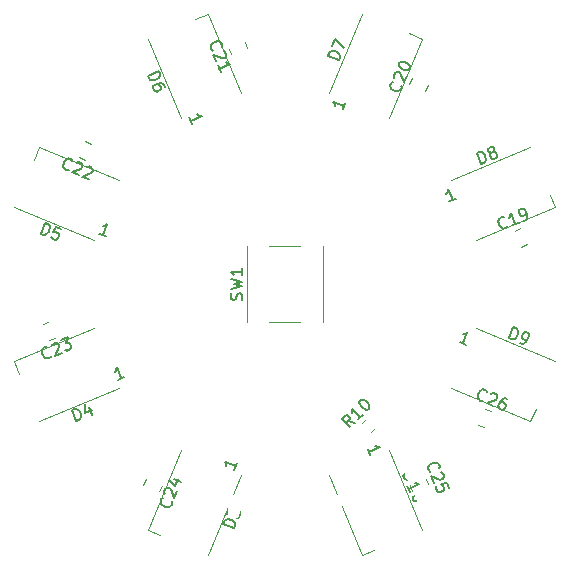
<source format=gto>
G04 #@! TF.GenerationSoftware,KiCad,Pcbnew,7.0.10*
G04 #@! TF.CreationDate,2024-04-20T00:48:07+02:00*
G04 #@! TF.ProjectId,ledDisplay,6c656444-6973-4706-9c61-792e6b696361,rev?*
G04 #@! TF.SameCoordinates,Original*
G04 #@! TF.FileFunction,Legend,Top*
G04 #@! TF.FilePolarity,Positive*
%FSLAX46Y46*%
G04 Gerber Fmt 4.6, Leading zero omitted, Abs format (unit mm)*
G04 Created by KiCad (PCBNEW 7.0.10) date 2024-04-20 00:48:07*
%MOMM*%
%LPD*%
G01*
G04 APERTURE LIST*
G04 Aperture macros list*
%AMRoundRect*
0 Rectangle with rounded corners*
0 $1 Rounding radius*
0 $2 $3 $4 $5 $6 $7 $8 $9 X,Y pos of 4 corners*
0 Add a 4 corners polygon primitive as box body*
4,1,4,$2,$3,$4,$5,$6,$7,$8,$9,$2,$3,0*
0 Add four circle primitives for the rounded corners*
1,1,$1+$1,$2,$3*
1,1,$1+$1,$4,$5*
1,1,$1+$1,$6,$7*
1,1,$1+$1,$8,$9*
0 Add four rect primitives between the rounded corners*
20,1,$1+$1,$2,$3,$4,$5,0*
20,1,$1+$1,$4,$5,$6,$7,0*
20,1,$1+$1,$6,$7,$8,$9,0*
20,1,$1+$1,$8,$9,$2,$3,0*%
%AMHorizOval*
0 Thick line with rounded ends*
0 $1 width*
0 $2 $3 position (X,Y) of the first rounded end (center of the circle)*
0 $4 $5 position (X,Y) of the second rounded end (center of the circle)*
0 Add line between two ends*
20,1,$1,$2,$3,$4,$5,0*
0 Add two circle primitives to create the rounded ends*
1,1,$1,$2,$3*
1,1,$1,$4,$5*%
%AMRotRect*
0 Rectangle, with rotation*
0 The origin of the aperture is its center*
0 $1 length*
0 $2 width*
0 $3 Rotation angle, in degrees counterclockwise*
0 Add horizontal line*
21,1,$1,$2,0,0,$3*%
G04 Aperture macros list end*
%ADD10C,0.150000*%
%ADD11C,0.120000*%
%ADD12RoundRect,0.250000X-0.493584X-0.309687X0.130035X-0.567998X0.493584X0.309687X-0.130035X0.567998X0*%
%ADD13RotRect,1.500000X0.900000X157.500000*%
%ADD14RotRect,1.500000X0.900000X247.500000*%
%ADD15RotRect,1.500000X0.900000X202.500000*%
%ADD16RoundRect,0.250000X0.567998X-0.130035X0.309687X0.493584X-0.567998X0.130035X-0.309687X-0.493584X0*%
%ADD17RoundRect,0.250000X0.493584X0.309687X-0.130035X0.567998X-0.493584X-0.309687X0.130035X-0.567998X0*%
%ADD18RoundRect,0.250000X0.130035X0.567998X-0.493584X0.309687X-0.130035X-0.567998X0.493584X-0.309687X0*%
%ADD19RoundRect,0.250000X-0.309687X0.493584X-0.567998X-0.130035X0.309687X-0.493584X0.567998X0.130035X0*%
%ADD20RoundRect,0.250000X-0.567998X0.130035X-0.309687X-0.493584X0.567998X-0.130035X0.309687X0.493584X0*%
%ADD21R,1.300000X1.550000*%
%ADD22C,3.200000*%
%ADD23RotRect,1.500000X0.900000X22.500000*%
%ADD24RotRect,1.500000X0.900000X112.500000*%
%ADD25RotRect,1.500000X0.900000X292.500000*%
%ADD26RoundRect,0.250000X0.309687X-0.493584X0.567998X0.130035X-0.309687X0.493584X-0.567998X-0.130035X0*%
%ADD27RoundRect,0.250000X-0.130035X-0.567998X0.493584X-0.309687X0.130035X0.567998X-0.493584X0.309687X0*%
%ADD28RotRect,1.500000X0.900000X337.500000*%
%ADD29RotRect,1.500000X0.900000X67.500000*%
%ADD30RoundRect,0.237500X-0.008839X-0.344715X0.344715X0.008839X0.008839X0.344715X-0.344715X-0.008839X0*%
%ADD31RotRect,1.700000X1.700000X225.000000*%
%ADD32HorizOval,1.700000X0.000000X0.000000X0.000000X0.000000X0*%
%ADD33C,0.650000*%
%ADD34O,1.000000X1.800000*%
%ADD35O,1.000000X2.100000*%
G04 APERTURE END LIST*
D10*
X189823591Y-96868917D02*
X189761374Y-96894688D01*
X189761374Y-96894688D02*
X189611168Y-96884014D01*
X189611168Y-96884014D02*
X189523180Y-96847568D01*
X189523180Y-96847568D02*
X189409420Y-96748904D01*
X189409420Y-96748904D02*
X189357877Y-96624470D01*
X189357877Y-96624470D02*
X189350329Y-96518258D01*
X189350329Y-96518258D02*
X189379227Y-96324058D01*
X189379227Y-96324058D02*
X189433896Y-96192075D01*
X189433896Y-96192075D02*
X189550782Y-96034321D01*
X189550782Y-96034321D02*
X189631223Y-95964556D01*
X189631223Y-95964556D02*
X189755657Y-95913013D01*
X189755657Y-95913013D02*
X189905863Y-95923688D01*
X189905863Y-95923688D02*
X189993852Y-95960134D01*
X189993852Y-95960134D02*
X190107611Y-96058797D01*
X190107611Y-96058797D02*
X190133383Y-96121015D01*
X190485337Y-96266799D02*
X190547554Y-96241028D01*
X190547554Y-96241028D02*
X190653766Y-96233479D01*
X190653766Y-96233479D02*
X190873737Y-96324595D01*
X190873737Y-96324595D02*
X190943502Y-96405035D01*
X190943502Y-96405035D02*
X190969274Y-96467252D01*
X190969274Y-96467252D02*
X190976822Y-96573464D01*
X190976822Y-96573464D02*
X190940376Y-96661452D01*
X190940376Y-96661452D02*
X190841712Y-96775212D01*
X190841712Y-96775212D02*
X190095105Y-97084467D01*
X190095105Y-97084467D02*
X190667030Y-97321366D01*
X191841611Y-96725501D02*
X191665634Y-96652609D01*
X191665634Y-96652609D02*
X191559422Y-96660157D01*
X191559422Y-96660157D02*
X191497205Y-96685928D01*
X191497205Y-96685928D02*
X191354547Y-96781465D01*
X191354547Y-96781465D02*
X191237661Y-96939219D01*
X191237661Y-96939219D02*
X191091877Y-97291173D01*
X191091877Y-97291173D02*
X191099425Y-97397385D01*
X191099425Y-97397385D02*
X191125196Y-97459602D01*
X191125196Y-97459602D02*
X191194962Y-97540042D01*
X191194962Y-97540042D02*
X191370939Y-97612934D01*
X191370939Y-97612934D02*
X191477150Y-97605386D01*
X191477150Y-97605386D02*
X191539368Y-97579615D01*
X191539368Y-97579615D02*
X191619808Y-97509850D01*
X191619808Y-97509850D02*
X191710923Y-97289878D01*
X191710923Y-97289878D02*
X191703375Y-97183667D01*
X191703375Y-97183667D02*
X191677603Y-97121449D01*
X191677603Y-97121449D02*
X191607838Y-97041009D01*
X191607838Y-97041009D02*
X191431861Y-96968117D01*
X191431861Y-96968117D02*
X191325649Y-96975665D01*
X191325649Y-96975665D02*
X191263432Y-97001436D01*
X191263432Y-97001436D02*
X191182992Y-97071202D01*
X152327054Y-82717650D02*
X152709738Y-81793770D01*
X152709738Y-81793770D02*
X152929709Y-81884885D01*
X152929709Y-81884885D02*
X153043469Y-81983549D01*
X153043469Y-81983549D02*
X153095011Y-82107983D01*
X153095011Y-82107983D02*
X153102559Y-82214195D01*
X153102559Y-82214195D02*
X153073662Y-82408395D01*
X153073662Y-82408395D02*
X153018992Y-82540378D01*
X153018992Y-82540378D02*
X152902106Y-82698132D01*
X152902106Y-82698132D02*
X152821666Y-82767897D01*
X152821666Y-82767897D02*
X152697231Y-82819440D01*
X152697231Y-82819440D02*
X152547025Y-82808765D01*
X152547025Y-82808765D02*
X152327054Y-82717650D01*
X154073560Y-82358684D02*
X153633617Y-82176454D01*
X153633617Y-82176454D02*
X153407393Y-82598173D01*
X153407393Y-82598173D02*
X153469610Y-82572402D01*
X153469610Y-82572402D02*
X153575821Y-82564854D01*
X153575821Y-82564854D02*
X153795793Y-82655969D01*
X153795793Y-82655969D02*
X153865558Y-82736409D01*
X153865558Y-82736409D02*
X153891330Y-82798627D01*
X153891330Y-82798627D02*
X153898878Y-82904838D01*
X153898878Y-82904838D02*
X153807763Y-83124809D01*
X153807763Y-83124809D02*
X153727322Y-83194575D01*
X153727322Y-83194575D02*
X153665105Y-83220346D01*
X153665105Y-83220346D02*
X153558894Y-83227894D01*
X153558894Y-83227894D02*
X153338922Y-83136779D01*
X153338922Y-83136779D02*
X153269157Y-83056339D01*
X153269157Y-83056339D02*
X153243385Y-82994122D01*
X157834130Y-82942210D02*
X157306199Y-82723534D01*
X157570164Y-82832872D02*
X157952848Y-81908992D01*
X157952848Y-81908992D02*
X157810190Y-82004529D01*
X157810190Y-82004529D02*
X157685756Y-82056071D01*
X157685756Y-82056071D02*
X157579544Y-82063620D01*
X168717650Y-107672945D02*
X167793770Y-107290261D01*
X167793770Y-107290261D02*
X167884885Y-107070290D01*
X167884885Y-107070290D02*
X167983549Y-106956530D01*
X167983549Y-106956530D02*
X168107983Y-106904988D01*
X168107983Y-106904988D02*
X168214195Y-106897440D01*
X168214195Y-106897440D02*
X168408395Y-106926337D01*
X168408395Y-106926337D02*
X168540378Y-106981007D01*
X168540378Y-106981007D02*
X168698132Y-107097893D01*
X168698132Y-107097893D02*
X168767897Y-107178333D01*
X168767897Y-107178333D02*
X168819440Y-107302768D01*
X168819440Y-107302768D02*
X168808765Y-107452974D01*
X168808765Y-107452974D02*
X168717650Y-107672945D01*
X168140008Y-106454370D02*
X168376907Y-105882445D01*
X168376907Y-105882445D02*
X168601300Y-106336189D01*
X168601300Y-106336189D02*
X168655969Y-106204206D01*
X168655969Y-106204206D02*
X168736409Y-106134441D01*
X168736409Y-106134441D02*
X168798627Y-106108669D01*
X168798627Y-106108669D02*
X168904838Y-106101121D01*
X168904838Y-106101121D02*
X169124809Y-106192236D01*
X169124809Y-106192236D02*
X169194575Y-106272677D01*
X169194575Y-106272677D02*
X169220346Y-106334894D01*
X169220346Y-106334894D02*
X169227894Y-106441105D01*
X169227894Y-106441105D02*
X169118556Y-106705071D01*
X169118556Y-106705071D02*
X169038116Y-106774837D01*
X169038116Y-106774837D02*
X168975899Y-106800608D01*
X168942210Y-102165869D02*
X168723534Y-102693800D01*
X168832872Y-102429835D02*
X167908992Y-102047151D01*
X167908992Y-102047151D02*
X168004529Y-102189809D01*
X168004529Y-102189809D02*
X168056071Y-102314243D01*
X168056071Y-102314243D02*
X168063620Y-102420455D01*
X155353942Y-98589901D02*
X154971258Y-97666022D01*
X154971258Y-97666022D02*
X155191229Y-97574907D01*
X155191229Y-97574907D02*
X155341435Y-97564232D01*
X155341435Y-97564232D02*
X155465870Y-97615774D01*
X155465870Y-97615774D02*
X155546310Y-97685540D01*
X155546310Y-97685540D02*
X155663196Y-97843294D01*
X155663196Y-97843294D02*
X155717866Y-97975277D01*
X155717866Y-97975277D02*
X155746763Y-98169477D01*
X155746763Y-98169477D02*
X155739215Y-98275688D01*
X155739215Y-98275688D02*
X155687673Y-98400123D01*
X155687673Y-98400123D02*
X155573913Y-98498786D01*
X155573913Y-98498786D02*
X155353942Y-98589901D01*
X156418647Y-97427291D02*
X156673769Y-98043211D01*
X156052892Y-97166452D02*
X156106266Y-97917481D01*
X156106266Y-97917481D02*
X156678191Y-97680582D01*
X159406820Y-94854599D02*
X158878889Y-95073275D01*
X159142855Y-94963937D02*
X158760171Y-94040058D01*
X158760171Y-94040058D02*
X158726852Y-94208487D01*
X158726852Y-94208487D02*
X158675309Y-94332921D01*
X158675309Y-94332921D02*
X158605544Y-94413361D01*
X166925860Y-67212911D02*
X166863643Y-67187139D01*
X166863643Y-67187139D02*
X166764980Y-67073380D01*
X166764980Y-67073380D02*
X166728534Y-66985391D01*
X166728534Y-66985391D02*
X166717859Y-66835185D01*
X166717859Y-66835185D02*
X166769401Y-66710751D01*
X166769401Y-66710751D02*
X166839167Y-66630310D01*
X166839167Y-66630310D02*
X166996921Y-66513424D01*
X166996921Y-66513424D02*
X167128904Y-66458755D01*
X167128904Y-66458755D02*
X167323104Y-66429857D01*
X167323104Y-66429857D02*
X167429315Y-66437405D01*
X167429315Y-66437405D02*
X167553750Y-66488948D01*
X167553750Y-66488948D02*
X167652413Y-66602708D01*
X167652413Y-66602708D02*
X167688859Y-66690696D01*
X167688859Y-66690696D02*
X167699534Y-66840902D01*
X167699534Y-66840902D02*
X167673763Y-66903119D01*
X167819547Y-67255073D02*
X167881764Y-67280845D01*
X167881764Y-67280845D02*
X167962204Y-67350610D01*
X167962204Y-67350610D02*
X168053320Y-67570581D01*
X168053320Y-67570581D02*
X168045771Y-67676793D01*
X168045771Y-67676793D02*
X168020000Y-67739010D01*
X168020000Y-67739010D02*
X167950235Y-67819451D01*
X167950235Y-67819451D02*
X167862246Y-67855897D01*
X167862246Y-67855897D02*
X167712040Y-67866571D01*
X167712040Y-67866571D02*
X166965433Y-67557316D01*
X166965433Y-67557316D02*
X167202332Y-68129242D01*
X167566793Y-69009127D02*
X167348116Y-68481196D01*
X167457454Y-68745162D02*
X168381334Y-68362478D01*
X168381334Y-68362478D02*
X168212905Y-68329159D01*
X168212905Y-68329159D02*
X168088471Y-68277616D01*
X168088471Y-68277616D02*
X168008030Y-68207851D01*
X154713351Y-77303479D02*
X154651134Y-77329250D01*
X154651134Y-77329250D02*
X154500928Y-77318576D01*
X154500928Y-77318576D02*
X154412940Y-77282130D01*
X154412940Y-77282130D02*
X154299180Y-77183466D01*
X154299180Y-77183466D02*
X154247637Y-77059032D01*
X154247637Y-77059032D02*
X154240089Y-76952820D01*
X154240089Y-76952820D02*
X154268987Y-76758620D01*
X154268987Y-76758620D02*
X154323656Y-76626637D01*
X154323656Y-76626637D02*
X154440542Y-76468883D01*
X154440542Y-76468883D02*
X154520983Y-76399118D01*
X154520983Y-76399118D02*
X154645417Y-76347575D01*
X154645417Y-76347575D02*
X154795623Y-76358250D01*
X154795623Y-76358250D02*
X154883612Y-76394696D01*
X154883612Y-76394696D02*
X154997371Y-76493359D01*
X154997371Y-76493359D02*
X155023143Y-76555577D01*
X155375097Y-76701361D02*
X155437314Y-76675590D01*
X155437314Y-76675590D02*
X155543526Y-76668041D01*
X155543526Y-76668041D02*
X155763497Y-76759157D01*
X155763497Y-76759157D02*
X155833262Y-76839597D01*
X155833262Y-76839597D02*
X155859034Y-76901814D01*
X155859034Y-76901814D02*
X155866582Y-77008026D01*
X155866582Y-77008026D02*
X155830136Y-77096014D01*
X155830136Y-77096014D02*
X155731472Y-77209774D01*
X155731472Y-77209774D02*
X154984865Y-77519029D01*
X154984865Y-77519029D02*
X155556790Y-77755928D01*
X156254982Y-77065821D02*
X156317199Y-77040050D01*
X156317199Y-77040050D02*
X156423411Y-77032502D01*
X156423411Y-77032502D02*
X156643382Y-77123617D01*
X156643382Y-77123617D02*
X156713148Y-77204057D01*
X156713148Y-77204057D02*
X156738919Y-77266275D01*
X156738919Y-77266275D02*
X156746467Y-77372486D01*
X156746467Y-77372486D02*
X156710021Y-77460475D01*
X156710021Y-77460475D02*
X156611358Y-77574234D01*
X156611358Y-77574234D02*
X155864750Y-77883489D01*
X155864750Y-77883489D02*
X156436676Y-78120389D01*
X153212911Y-93074139D02*
X153187139Y-93136356D01*
X153187139Y-93136356D02*
X153073380Y-93235019D01*
X153073380Y-93235019D02*
X152985391Y-93271465D01*
X152985391Y-93271465D02*
X152835185Y-93282140D01*
X152835185Y-93282140D02*
X152710751Y-93230598D01*
X152710751Y-93230598D02*
X152630310Y-93160832D01*
X152630310Y-93160832D02*
X152513424Y-93003078D01*
X152513424Y-93003078D02*
X152458755Y-92871095D01*
X152458755Y-92871095D02*
X152429857Y-92676895D01*
X152429857Y-92676895D02*
X152437405Y-92570684D01*
X152437405Y-92570684D02*
X152488948Y-92446249D01*
X152488948Y-92446249D02*
X152602708Y-92347586D01*
X152602708Y-92347586D02*
X152690696Y-92311140D01*
X152690696Y-92311140D02*
X152840902Y-92300465D01*
X152840902Y-92300465D02*
X152903119Y-92326236D01*
X153255073Y-92180452D02*
X153280845Y-92118235D01*
X153280845Y-92118235D02*
X153350610Y-92037795D01*
X153350610Y-92037795D02*
X153570581Y-91946679D01*
X153570581Y-91946679D02*
X153676793Y-91954228D01*
X153676793Y-91954228D02*
X153739010Y-91979999D01*
X153739010Y-91979999D02*
X153819451Y-92049764D01*
X153819451Y-92049764D02*
X153855897Y-92137753D01*
X153855897Y-92137753D02*
X153866571Y-92287959D01*
X153866571Y-92287959D02*
X153557316Y-93034566D01*
X153557316Y-93034566D02*
X154129242Y-92797667D01*
X154054518Y-91746226D02*
X154626444Y-91509327D01*
X154626444Y-91509327D02*
X154464268Y-91988842D01*
X154464268Y-91988842D02*
X154596251Y-91934173D01*
X154596251Y-91934173D02*
X154702462Y-91941721D01*
X154702462Y-91941721D02*
X154764680Y-91967493D01*
X154764680Y-91967493D02*
X154845120Y-92037258D01*
X154845120Y-92037258D02*
X154936235Y-92257229D01*
X154936235Y-92257229D02*
X154928687Y-92363441D01*
X154928687Y-92363441D02*
X154902916Y-92425658D01*
X154902916Y-92425658D02*
X154833150Y-92506099D01*
X154833150Y-92506099D02*
X154569185Y-92615437D01*
X154569185Y-92615437D02*
X154462973Y-92607888D01*
X154462973Y-92607888D02*
X154400756Y-92582117D01*
X163436316Y-105387436D02*
X163462087Y-105449653D01*
X163462087Y-105449653D02*
X163451413Y-105599859D01*
X163451413Y-105599859D02*
X163414967Y-105687847D01*
X163414967Y-105687847D02*
X163316303Y-105801607D01*
X163316303Y-105801607D02*
X163191869Y-105853150D01*
X163191869Y-105853150D02*
X163085657Y-105860698D01*
X163085657Y-105860698D02*
X162891457Y-105831800D01*
X162891457Y-105831800D02*
X162759474Y-105777131D01*
X162759474Y-105777131D02*
X162601720Y-105660245D01*
X162601720Y-105660245D02*
X162531955Y-105579804D01*
X162531955Y-105579804D02*
X162480412Y-105455370D01*
X162480412Y-105455370D02*
X162491087Y-105305164D01*
X162491087Y-105305164D02*
X162527533Y-105217175D01*
X162527533Y-105217175D02*
X162626196Y-105103416D01*
X162626196Y-105103416D02*
X162688414Y-105077644D01*
X162834198Y-104725690D02*
X162808427Y-104663473D01*
X162808427Y-104663473D02*
X162800878Y-104557261D01*
X162800878Y-104557261D02*
X162891994Y-104337290D01*
X162891994Y-104337290D02*
X162972434Y-104267525D01*
X162972434Y-104267525D02*
X163034651Y-104241753D01*
X163034651Y-104241753D02*
X163140863Y-104234205D01*
X163140863Y-104234205D02*
X163228851Y-104270651D01*
X163228851Y-104270651D02*
X163342611Y-104369315D01*
X163342611Y-104369315D02*
X163651866Y-105115922D01*
X163651866Y-105115922D02*
X163888765Y-104543997D01*
X163600860Y-103496977D02*
X164216780Y-103752100D01*
X163157791Y-103571165D02*
X163726589Y-104064481D01*
X163726589Y-104064481D02*
X163963489Y-103492556D01*
X185337434Y-102882277D02*
X185275217Y-102856505D01*
X185275217Y-102856505D02*
X185176554Y-102742746D01*
X185176554Y-102742746D02*
X185140108Y-102654757D01*
X185140108Y-102654757D02*
X185129433Y-102504551D01*
X185129433Y-102504551D02*
X185180975Y-102380117D01*
X185180975Y-102380117D02*
X185250741Y-102299676D01*
X185250741Y-102299676D02*
X185408495Y-102182790D01*
X185408495Y-102182790D02*
X185540478Y-102128121D01*
X185540478Y-102128121D02*
X185734678Y-102099223D01*
X185734678Y-102099223D02*
X185840889Y-102106771D01*
X185840889Y-102106771D02*
X185965324Y-102158314D01*
X185965324Y-102158314D02*
X186063987Y-102272074D01*
X186063987Y-102272074D02*
X186100433Y-102360062D01*
X186100433Y-102360062D02*
X186111108Y-102510268D01*
X186111108Y-102510268D02*
X186085337Y-102572485D01*
X186231121Y-102924439D02*
X186293338Y-102950211D01*
X186293338Y-102950211D02*
X186373778Y-103019976D01*
X186373778Y-103019976D02*
X186464894Y-103239947D01*
X186464894Y-103239947D02*
X186457345Y-103346159D01*
X186457345Y-103346159D02*
X186431574Y-103408376D01*
X186431574Y-103408376D02*
X186361809Y-103488817D01*
X186361809Y-103488817D02*
X186273820Y-103525263D01*
X186273820Y-103525263D02*
X186123614Y-103535937D01*
X186123614Y-103535937D02*
X185377007Y-103226682D01*
X185377007Y-103226682D02*
X185613906Y-103798608D01*
X186884023Y-104251815D02*
X186701793Y-103811873D01*
X186701793Y-103811873D02*
X186243627Y-103950109D01*
X186243627Y-103950109D02*
X186305844Y-103975880D01*
X186305844Y-103975880D02*
X186386285Y-104045646D01*
X186386285Y-104045646D02*
X186477400Y-104265617D01*
X186477400Y-104265617D02*
X186469852Y-104371828D01*
X186469852Y-104371828D02*
X186444080Y-104434046D01*
X186444080Y-104434046D02*
X186374315Y-104514486D01*
X186374315Y-104514486D02*
X186154344Y-104605601D01*
X186154344Y-104605601D02*
X186048132Y-104598053D01*
X186048132Y-104598053D02*
X185985915Y-104572282D01*
X185985915Y-104572282D02*
X185905474Y-104502516D01*
X185905474Y-104502516D02*
X185814359Y-104282545D01*
X185814359Y-104282545D02*
X185821908Y-104176333D01*
X185821908Y-104176333D02*
X185847679Y-104114116D01*
X169357200Y-88333332D02*
X169404819Y-88190475D01*
X169404819Y-88190475D02*
X169404819Y-87952380D01*
X169404819Y-87952380D02*
X169357200Y-87857142D01*
X169357200Y-87857142D02*
X169309580Y-87809523D01*
X169309580Y-87809523D02*
X169214342Y-87761904D01*
X169214342Y-87761904D02*
X169119104Y-87761904D01*
X169119104Y-87761904D02*
X169023866Y-87809523D01*
X169023866Y-87809523D02*
X168976247Y-87857142D01*
X168976247Y-87857142D02*
X168928628Y-87952380D01*
X168928628Y-87952380D02*
X168881009Y-88142856D01*
X168881009Y-88142856D02*
X168833390Y-88238094D01*
X168833390Y-88238094D02*
X168785771Y-88285713D01*
X168785771Y-88285713D02*
X168690533Y-88333332D01*
X168690533Y-88333332D02*
X168595295Y-88333332D01*
X168595295Y-88333332D02*
X168500057Y-88285713D01*
X168500057Y-88285713D02*
X168452438Y-88238094D01*
X168452438Y-88238094D02*
X168404819Y-88142856D01*
X168404819Y-88142856D02*
X168404819Y-87904761D01*
X168404819Y-87904761D02*
X168452438Y-87761904D01*
X168404819Y-87428570D02*
X169404819Y-87190475D01*
X169404819Y-87190475D02*
X168690533Y-86999999D01*
X168690533Y-86999999D02*
X169404819Y-86809523D01*
X169404819Y-86809523D02*
X168404819Y-86571428D01*
X169404819Y-85666666D02*
X169404819Y-86238094D01*
X169404819Y-85952380D02*
X168404819Y-85952380D01*
X168404819Y-85952380D02*
X168547676Y-86047618D01*
X168547676Y-86047618D02*
X168642914Y-86142856D01*
X168642914Y-86142856D02*
X168690533Y-86238094D01*
X189630340Y-76815407D02*
X189247656Y-75891528D01*
X189247656Y-75891528D02*
X189467627Y-75800413D01*
X189467627Y-75800413D02*
X189617833Y-75789738D01*
X189617833Y-75789738D02*
X189742268Y-75841280D01*
X189742268Y-75841280D02*
X189822708Y-75911046D01*
X189822708Y-75911046D02*
X189939594Y-76068800D01*
X189939594Y-76068800D02*
X189994264Y-76200783D01*
X189994264Y-76200783D02*
X190023161Y-76394983D01*
X190023161Y-76394983D02*
X190015613Y-76501194D01*
X190015613Y-76501194D02*
X189964071Y-76625629D01*
X189964071Y-76625629D02*
X189850311Y-76724292D01*
X189850311Y-76724292D02*
X189630340Y-76815407D01*
X190467526Y-75850123D02*
X190361314Y-75842575D01*
X190361314Y-75842575D02*
X190299097Y-75816804D01*
X190299097Y-75816804D02*
X190218657Y-75747039D01*
X190218657Y-75747039D02*
X190200433Y-75703044D01*
X190200433Y-75703044D02*
X190207982Y-75596833D01*
X190207982Y-75596833D02*
X190233753Y-75534615D01*
X190233753Y-75534615D02*
X190303518Y-75454175D01*
X190303518Y-75454175D02*
X190479496Y-75381283D01*
X190479496Y-75381283D02*
X190585707Y-75388831D01*
X190585707Y-75388831D02*
X190647924Y-75414603D01*
X190647924Y-75414603D02*
X190728365Y-75484368D01*
X190728365Y-75484368D02*
X190746588Y-75528362D01*
X190746588Y-75528362D02*
X190739039Y-75634574D01*
X190739039Y-75634574D02*
X190713268Y-75696791D01*
X190713268Y-75696791D02*
X190643503Y-75777231D01*
X190643503Y-75777231D02*
X190467526Y-75850123D01*
X190467526Y-75850123D02*
X190397760Y-75930564D01*
X190397760Y-75930564D02*
X190371989Y-75992781D01*
X190371989Y-75992781D02*
X190364441Y-76098993D01*
X190364441Y-76098993D02*
X190437333Y-76274970D01*
X190437333Y-76274970D02*
X190517773Y-76344735D01*
X190517773Y-76344735D02*
X190579990Y-76370506D01*
X190579990Y-76370506D02*
X190686202Y-76378055D01*
X190686202Y-76378055D02*
X190862179Y-76305163D01*
X190862179Y-76305163D02*
X190931944Y-76224722D01*
X190931944Y-76224722D02*
X190957716Y-76162505D01*
X190957716Y-76162505D02*
X190965264Y-76056293D01*
X190965264Y-76056293D02*
X190892372Y-75880316D01*
X190892372Y-75880316D02*
X190811932Y-75810551D01*
X190811932Y-75810551D02*
X190749714Y-75784780D01*
X190749714Y-75784780D02*
X190643503Y-75777231D01*
X187469214Y-79767119D02*
X186941283Y-79985795D01*
X187205249Y-79876457D02*
X186822565Y-78952578D01*
X186822565Y-78952578D02*
X186789246Y-79121007D01*
X186789246Y-79121007D02*
X186737703Y-79245441D01*
X186737703Y-79245441D02*
X186667938Y-79325881D01*
X161410098Y-69353942D02*
X162333977Y-68971258D01*
X162333977Y-68971258D02*
X162425092Y-69191229D01*
X162425092Y-69191229D02*
X162435767Y-69341435D01*
X162435767Y-69341435D02*
X162384225Y-69465870D01*
X162384225Y-69465870D02*
X162314459Y-69546310D01*
X162314459Y-69546310D02*
X162156705Y-69663196D01*
X162156705Y-69663196D02*
X162024722Y-69717866D01*
X162024722Y-69717866D02*
X161830522Y-69746763D01*
X161830522Y-69746763D02*
X161724311Y-69739215D01*
X161724311Y-69739215D02*
X161599876Y-69687673D01*
X161599876Y-69687673D02*
X161501213Y-69573913D01*
X161501213Y-69573913D02*
X161410098Y-69353942D01*
X162880668Y-70291086D02*
X162807776Y-70115109D01*
X162807776Y-70115109D02*
X162727336Y-70045343D01*
X162727336Y-70045343D02*
X162665118Y-70019572D01*
X162665118Y-70019572D02*
X162496690Y-69986253D01*
X162496690Y-69986253D02*
X162302489Y-70015151D01*
X162302489Y-70015151D02*
X161950535Y-70160935D01*
X161950535Y-70160935D02*
X161880770Y-70241375D01*
X161880770Y-70241375D02*
X161854999Y-70303592D01*
X161854999Y-70303592D02*
X161847450Y-70409804D01*
X161847450Y-70409804D02*
X161920342Y-70585781D01*
X161920342Y-70585781D02*
X162000783Y-70655546D01*
X162000783Y-70655546D02*
X162063000Y-70681318D01*
X162063000Y-70681318D02*
X162169212Y-70688866D01*
X162169212Y-70688866D02*
X162389183Y-70597751D01*
X162389183Y-70597751D02*
X162458948Y-70517311D01*
X162458948Y-70517311D02*
X162484720Y-70455093D01*
X162484720Y-70455093D02*
X162492268Y-70348882D01*
X162492268Y-70348882D02*
X162419376Y-70172905D01*
X162419376Y-70172905D02*
X162338935Y-70103139D01*
X162338935Y-70103139D02*
X162276718Y-70077368D01*
X162276718Y-70077368D02*
X162170507Y-70069820D01*
X165145400Y-73406820D02*
X164926724Y-72878889D01*
X165036062Y-73142855D02*
X165959941Y-72760171D01*
X165959941Y-72760171D02*
X165791512Y-72726852D01*
X165791512Y-72726852D02*
X165667078Y-72675309D01*
X165667078Y-72675309D02*
X165586638Y-72605544D01*
X183002361Y-103190396D02*
X183926241Y-102807713D01*
X183926241Y-102807713D02*
X184017356Y-103027684D01*
X184017356Y-103027684D02*
X184028031Y-103177890D01*
X184028031Y-103177890D02*
X183976488Y-103302325D01*
X183976488Y-103302325D02*
X183906723Y-103382765D01*
X183906723Y-103382765D02*
X183748969Y-103499651D01*
X183748969Y-103499651D02*
X183616986Y-103554320D01*
X183616986Y-103554320D02*
X183422786Y-103583218D01*
X183422786Y-103583218D02*
X183316574Y-103575670D01*
X183316574Y-103575670D02*
X183192140Y-103524128D01*
X183192140Y-103524128D02*
X183093477Y-103410368D01*
X183093477Y-103410368D02*
X183002361Y-103190396D01*
X183585498Y-104598213D02*
X183366822Y-104070282D01*
X183476160Y-104334247D02*
X184400040Y-103951564D01*
X184400040Y-103951564D02*
X184231611Y-103918244D01*
X184231611Y-103918244D02*
X184107176Y-103866702D01*
X184107176Y-103866702D02*
X184026736Y-103796936D01*
X184746277Y-104787455D02*
X184782723Y-104875443D01*
X184782723Y-104875443D02*
X184775175Y-104981655D01*
X184775175Y-104981655D02*
X184749404Y-105043872D01*
X184749404Y-105043872D02*
X184679638Y-105124313D01*
X184679638Y-105124313D02*
X184521884Y-105241199D01*
X184521884Y-105241199D02*
X184301913Y-105332314D01*
X184301913Y-105332314D02*
X184107713Y-105361212D01*
X184107713Y-105361212D02*
X184001501Y-105353664D01*
X184001501Y-105353664D02*
X183939284Y-105327892D01*
X183939284Y-105327892D02*
X183858843Y-105258127D01*
X183858843Y-105258127D02*
X183822397Y-105170138D01*
X183822397Y-105170138D02*
X183829946Y-105063927D01*
X183829946Y-105063927D02*
X183855717Y-105001710D01*
X183855717Y-105001710D02*
X183925482Y-104921269D01*
X183925482Y-104921269D02*
X184083236Y-104804383D01*
X184083236Y-104804383D02*
X184303208Y-104713268D01*
X184303208Y-104713268D02*
X184497408Y-104684370D01*
X184497408Y-104684370D02*
X184603619Y-104691918D01*
X184603619Y-104691918D02*
X184665837Y-104717689D01*
X184665837Y-104717689D02*
X184746277Y-104787455D01*
X180232880Y-101469214D02*
X180014204Y-100941283D01*
X180123542Y-101205249D02*
X181047421Y-100822565D01*
X181047421Y-100822565D02*
X180878992Y-100789246D01*
X180878992Y-100789246D02*
X180754558Y-100737703D01*
X180754558Y-100737703D02*
X180674118Y-100667938D01*
X182868917Y-70176408D02*
X182894688Y-70238625D01*
X182894688Y-70238625D02*
X182884014Y-70388831D01*
X182884014Y-70388831D02*
X182847568Y-70476819D01*
X182847568Y-70476819D02*
X182748904Y-70590579D01*
X182748904Y-70590579D02*
X182624470Y-70642122D01*
X182624470Y-70642122D02*
X182518258Y-70649670D01*
X182518258Y-70649670D02*
X182324058Y-70620772D01*
X182324058Y-70620772D02*
X182192075Y-70566103D01*
X182192075Y-70566103D02*
X182034321Y-70449217D01*
X182034321Y-70449217D02*
X181964556Y-70368776D01*
X181964556Y-70368776D02*
X181913013Y-70244342D01*
X181913013Y-70244342D02*
X181923688Y-70094136D01*
X181923688Y-70094136D02*
X181960134Y-70006147D01*
X181960134Y-70006147D02*
X182058797Y-69892388D01*
X182058797Y-69892388D02*
X182121015Y-69866616D01*
X182266799Y-69514662D02*
X182241028Y-69452445D01*
X182241028Y-69452445D02*
X182233479Y-69346233D01*
X182233479Y-69346233D02*
X182324595Y-69126262D01*
X182324595Y-69126262D02*
X182405035Y-69056497D01*
X182405035Y-69056497D02*
X182467252Y-69030725D01*
X182467252Y-69030725D02*
X182573464Y-69023177D01*
X182573464Y-69023177D02*
X182661452Y-69059623D01*
X182661452Y-69059623D02*
X182775212Y-69158287D01*
X182775212Y-69158287D02*
X183084467Y-69904894D01*
X183084467Y-69904894D02*
X183321366Y-69332969D01*
X182634386Y-68378360D02*
X182670832Y-68290371D01*
X182670832Y-68290371D02*
X182751272Y-68220606D01*
X182751272Y-68220606D02*
X182813490Y-68194834D01*
X182813490Y-68194834D02*
X182919701Y-68187286D01*
X182919701Y-68187286D02*
X183113901Y-68216184D01*
X183113901Y-68216184D02*
X183333872Y-68307299D01*
X183333872Y-68307299D02*
X183491626Y-68424185D01*
X183491626Y-68424185D02*
X183561392Y-68504626D01*
X183561392Y-68504626D02*
X183587163Y-68566843D01*
X183587163Y-68566843D02*
X183594711Y-68673055D01*
X183594711Y-68673055D02*
X183558265Y-68761043D01*
X183558265Y-68761043D02*
X183477825Y-68830809D01*
X183477825Y-68830809D02*
X183415608Y-68856580D01*
X183415608Y-68856580D02*
X183309396Y-68864128D01*
X183309396Y-68864128D02*
X183115196Y-68835230D01*
X183115196Y-68835230D02*
X182895225Y-68744115D01*
X182895225Y-68744115D02*
X182737471Y-68627229D01*
X182737471Y-68627229D02*
X182667705Y-68546788D01*
X182667705Y-68546788D02*
X182641934Y-68484571D01*
X182641934Y-68484571D02*
X182634386Y-68378360D01*
X191874455Y-82082301D02*
X191848683Y-82144518D01*
X191848683Y-82144518D02*
X191734924Y-82243181D01*
X191734924Y-82243181D02*
X191646935Y-82279627D01*
X191646935Y-82279627D02*
X191496729Y-82290302D01*
X191496729Y-82290302D02*
X191372295Y-82238760D01*
X191372295Y-82238760D02*
X191291854Y-82168994D01*
X191291854Y-82168994D02*
X191174968Y-82011240D01*
X191174968Y-82011240D02*
X191120299Y-81879257D01*
X191120299Y-81879257D02*
X191091401Y-81685057D01*
X191091401Y-81685057D02*
X191098949Y-81578846D01*
X191098949Y-81578846D02*
X191150492Y-81454411D01*
X191150492Y-81454411D02*
X191264252Y-81355748D01*
X191264252Y-81355748D02*
X191352240Y-81319302D01*
X191352240Y-81319302D02*
X191502446Y-81308627D01*
X191502446Y-81308627D02*
X191564663Y-81334398D01*
X192790786Y-81805829D02*
X192262855Y-82024505D01*
X192526820Y-81915167D02*
X192144137Y-80991287D01*
X192144137Y-80991287D02*
X192110817Y-81159716D01*
X192110817Y-81159716D02*
X192059275Y-81284151D01*
X192059275Y-81284151D02*
X191989509Y-81364591D01*
X193230729Y-81623599D02*
X193406706Y-81550707D01*
X193406706Y-81550707D02*
X193476471Y-81470266D01*
X193476471Y-81470266D02*
X193502242Y-81408049D01*
X193502242Y-81408049D02*
X193535562Y-81239620D01*
X193535562Y-81239620D02*
X193506664Y-81045420D01*
X193506664Y-81045420D02*
X193360880Y-80693466D01*
X193360880Y-80693466D02*
X193280440Y-80623700D01*
X193280440Y-80623700D02*
X193218222Y-80597929D01*
X193218222Y-80597929D02*
X193112011Y-80590381D01*
X193112011Y-80590381D02*
X192936034Y-80663273D01*
X192936034Y-80663273D02*
X192866268Y-80743713D01*
X192866268Y-80743713D02*
X192840497Y-80805931D01*
X192840497Y-80805931D02*
X192832949Y-80912142D01*
X192832949Y-80912142D02*
X192924064Y-81132114D01*
X192924064Y-81132114D02*
X193004504Y-81201879D01*
X193004504Y-81201879D02*
X193066721Y-81227650D01*
X193066721Y-81227650D02*
X193172933Y-81235199D01*
X193172933Y-81235199D02*
X193348910Y-81162306D01*
X193348910Y-81162306D02*
X193418675Y-81081866D01*
X193418675Y-81081866D02*
X193444447Y-81019649D01*
X193444447Y-81019649D02*
X193451995Y-80913437D01*
X191961020Y-91557832D02*
X192343704Y-90633952D01*
X192343704Y-90633952D02*
X192563675Y-90725067D01*
X192563675Y-90725067D02*
X192677435Y-90823731D01*
X192677435Y-90823731D02*
X192728977Y-90948165D01*
X192728977Y-90948165D02*
X192736525Y-91054377D01*
X192736525Y-91054377D02*
X192707628Y-91248577D01*
X192707628Y-91248577D02*
X192652958Y-91380560D01*
X192652958Y-91380560D02*
X192536072Y-91538314D01*
X192536072Y-91538314D02*
X192455632Y-91608079D01*
X192455632Y-91608079D02*
X192331197Y-91659622D01*
X192331197Y-91659622D02*
X192180991Y-91648947D01*
X192180991Y-91648947D02*
X191961020Y-91557832D01*
X192928894Y-91958738D02*
X193104871Y-92031630D01*
X193104871Y-92031630D02*
X193211083Y-92024082D01*
X193211083Y-92024082D02*
X193273300Y-91998311D01*
X193273300Y-91998311D02*
X193415957Y-91902774D01*
X193415957Y-91902774D02*
X193532844Y-91745020D01*
X193532844Y-91745020D02*
X193678628Y-91393066D01*
X193678628Y-91393066D02*
X193671080Y-91286855D01*
X193671080Y-91286855D02*
X193645308Y-91224637D01*
X193645308Y-91224637D02*
X193575543Y-91144197D01*
X193575543Y-91144197D02*
X193399566Y-91071305D01*
X193399566Y-91071305D02*
X193293354Y-91078853D01*
X193293354Y-91078853D02*
X193231137Y-91104624D01*
X193231137Y-91104624D02*
X193150697Y-91174390D01*
X193150697Y-91174390D02*
X193059582Y-91394361D01*
X193059582Y-91394361D02*
X193067130Y-91500573D01*
X193067130Y-91500573D02*
X193092901Y-91562790D01*
X193092901Y-91562790D02*
X193162667Y-91643230D01*
X193162667Y-91643230D02*
X193338644Y-91716122D01*
X193338644Y-91716122D02*
X193444855Y-91708574D01*
X193444855Y-91708574D02*
X193507073Y-91682803D01*
X193507073Y-91682803D02*
X193587513Y-91613037D01*
X188345698Y-92116862D02*
X187817767Y-91898186D01*
X188081732Y-92007524D02*
X188464416Y-91083644D01*
X188464416Y-91083644D02*
X188321758Y-91179181D01*
X188321758Y-91179181D02*
X188197324Y-91230723D01*
X188197324Y-91230723D02*
X188091112Y-91238272D01*
X177557832Y-68038979D02*
X176633952Y-67656295D01*
X176633952Y-67656295D02*
X176725067Y-67436324D01*
X176725067Y-67436324D02*
X176823731Y-67322564D01*
X176823731Y-67322564D02*
X176948165Y-67271022D01*
X176948165Y-67271022D02*
X177054377Y-67263474D01*
X177054377Y-67263474D02*
X177248577Y-67292371D01*
X177248577Y-67292371D02*
X177380560Y-67347041D01*
X177380560Y-67347041D02*
X177538314Y-67463927D01*
X177538314Y-67463927D02*
X177608079Y-67544367D01*
X177608079Y-67544367D02*
X177659622Y-67668802D01*
X177659622Y-67668802D02*
X177648947Y-67819008D01*
X177648947Y-67819008D02*
X177557832Y-68038979D01*
X176980190Y-66820404D02*
X177235312Y-66204485D01*
X177235312Y-66204485D02*
X177995184Y-66983117D01*
X178116862Y-71654301D02*
X177898186Y-72182232D01*
X178007524Y-71918267D02*
X177083644Y-71535583D01*
X177083644Y-71535583D02*
X177179181Y-71678241D01*
X177179181Y-71678241D02*
X177230723Y-71802675D01*
X177230723Y-71802675D02*
X177238272Y-71908887D01*
X178931638Y-98708246D02*
X178359219Y-98607231D01*
X178527577Y-99112307D02*
X177820471Y-98405200D01*
X177820471Y-98405200D02*
X178089845Y-98135826D01*
X178089845Y-98135826D02*
X178190860Y-98102154D01*
X178190860Y-98102154D02*
X178258203Y-98102154D01*
X178258203Y-98102154D02*
X178359219Y-98135826D01*
X178359219Y-98135826D02*
X178460234Y-98236841D01*
X178460234Y-98236841D02*
X178493906Y-98337857D01*
X178493906Y-98337857D02*
X178493906Y-98405200D01*
X178493906Y-98405200D02*
X178460234Y-98506215D01*
X178460234Y-98506215D02*
X178190860Y-98775589D01*
X179605073Y-98034811D02*
X179201012Y-98438872D01*
X179403043Y-98236841D02*
X178695936Y-97529735D01*
X178695936Y-97529735D02*
X178729608Y-97698093D01*
X178729608Y-97698093D02*
X178729608Y-97832780D01*
X178729608Y-97832780D02*
X178695936Y-97933796D01*
X179335700Y-96889971D02*
X179403043Y-96822628D01*
X179403043Y-96822628D02*
X179504058Y-96788956D01*
X179504058Y-96788956D02*
X179571402Y-96788956D01*
X179571402Y-96788956D02*
X179672417Y-96822628D01*
X179672417Y-96822628D02*
X179840776Y-96923643D01*
X179840776Y-96923643D02*
X180009135Y-97092002D01*
X180009135Y-97092002D02*
X180110150Y-97260360D01*
X180110150Y-97260360D02*
X180143822Y-97361376D01*
X180143822Y-97361376D02*
X180143822Y-97428719D01*
X180143822Y-97428719D02*
X180110150Y-97529734D01*
X180110150Y-97529734D02*
X180042806Y-97597078D01*
X180042806Y-97597078D02*
X179941791Y-97630750D01*
X179941791Y-97630750D02*
X179874448Y-97630750D01*
X179874448Y-97630750D02*
X179773432Y-97597078D01*
X179773432Y-97597078D02*
X179605074Y-97496063D01*
X179605074Y-97496063D02*
X179436715Y-97327704D01*
X179436715Y-97327704D02*
X179335700Y-97159345D01*
X179335700Y-97159345D02*
X179302028Y-97058330D01*
X179302028Y-97058330D02*
X179302028Y-96990986D01*
X179302028Y-96990986D02*
X179335700Y-96889971D01*
D11*
X189952119Y-97555809D02*
X190434850Y-97755762D01*
X189389574Y-98913912D02*
X189872305Y-99113865D01*
X156842190Y-83283794D02*
X150097869Y-80490205D01*
X158946949Y-78202457D02*
X152202628Y-75408868D01*
X152202628Y-75408868D02*
X151762542Y-76471329D01*
X169283794Y-103157810D02*
X166490205Y-109902131D01*
X164202457Y-101053051D02*
X161408868Y-107797372D01*
X161408868Y-107797372D02*
X162471329Y-108237458D01*
X158946949Y-95797543D02*
X152202628Y-98591132D01*
X156842190Y-90716206D02*
X150097869Y-93509795D01*
X150097869Y-93509795D02*
X150537955Y-94572256D01*
X168477124Y-67548958D02*
X168277171Y-67066227D01*
X169835227Y-66986413D02*
X169635274Y-66503682D01*
X156047881Y-76444191D02*
X155565150Y-76244238D01*
X156610426Y-75086088D02*
X156127695Y-74886135D01*
X153548958Y-91522876D02*
X153066227Y-91722829D01*
X152986413Y-90164773D02*
X152503682Y-90364726D01*
X162577028Y-104052907D02*
X162377075Y-104535638D01*
X161218925Y-103490362D02*
X161018972Y-103973093D01*
X184942612Y-103458864D02*
X185142565Y-103941595D01*
X183584509Y-104021409D02*
X183784462Y-104504140D01*
X169770000Y-90230000D02*
X169770000Y-83770000D01*
X169800000Y-90230000D02*
X169770000Y-90230000D01*
X171700000Y-90230000D02*
X174300000Y-90230000D01*
X176230000Y-90230000D02*
X176200000Y-90230000D01*
X176230000Y-90230000D02*
X176230000Y-83770000D01*
X169770000Y-83770000D02*
X169800000Y-83770000D01*
X171700000Y-83770000D02*
X174300000Y-83770000D01*
X176230000Y-83770000D02*
X176200000Y-83770000D01*
X187053051Y-78202457D02*
X193797372Y-75408868D01*
X189157810Y-83283794D02*
X195902131Y-80490205D01*
X195902131Y-80490205D02*
X195462045Y-79427744D01*
X164202457Y-72946949D02*
X161408868Y-66202628D01*
X169283794Y-70842190D02*
X166490205Y-64097869D01*
X166490205Y-64097869D02*
X165427744Y-64537955D01*
X181797543Y-101053051D02*
X184591132Y-107797372D01*
X176716206Y-103157810D02*
X179509795Y-109902131D01*
X179509795Y-109902131D02*
X180572256Y-109462045D01*
X183555809Y-70047881D02*
X183755762Y-69565150D01*
X184913912Y-70610426D02*
X185113865Y-70127695D01*
X192451042Y-82477124D02*
X192933773Y-82277171D01*
X193013587Y-83835227D02*
X193496318Y-83635274D01*
X189157810Y-90716206D02*
X195902131Y-93509795D01*
X187053051Y-95797543D02*
X193797372Y-98591132D01*
X193797372Y-98591132D02*
X194237458Y-97528671D01*
X176716206Y-70842190D02*
X179509795Y-64097869D01*
X181797543Y-72946949D02*
X184591132Y-66202628D01*
X184591132Y-66202628D02*
X183528671Y-65762542D01*
X179526185Y-98753889D02*
X179886419Y-98393655D01*
X180265111Y-99492815D02*
X180625345Y-99132581D01*
%LPC*%
D12*
X188953687Y-97937803D03*
X190870737Y-98731871D03*
D13*
X156154486Y-81808307D03*
X157417342Y-78759504D03*
X152890332Y-76884355D03*
X151627476Y-79933158D03*
D14*
X167808307Y-103845514D03*
X164759504Y-102582658D03*
X162884355Y-107109668D03*
X165933158Y-108372524D03*
D15*
X157417342Y-95240496D03*
X156154486Y-92191693D03*
X151627476Y-94066842D03*
X152890332Y-97115645D03*
D16*
X169453233Y-67984845D03*
X168659165Y-66067795D03*
D17*
X157046313Y-76062197D03*
X155129263Y-75268129D03*
D18*
X153984845Y-90546767D03*
X152067795Y-91340835D03*
D19*
X162195034Y-103054475D03*
X161400966Y-104971525D03*
D20*
X183966503Y-103022977D03*
X184760571Y-104940027D03*
D21*
X170750000Y-90975000D03*
X170750000Y-83025000D03*
X175250000Y-90975000D03*
X175250000Y-83025000D03*
D22*
X173000000Y-66000000D03*
D23*
X188582658Y-78759504D03*
X189845514Y-81808307D03*
X194372524Y-79933158D03*
X193109668Y-76884355D03*
D24*
X164759504Y-71417342D03*
X167808307Y-70154486D03*
X165933158Y-65627476D03*
X162884355Y-66890332D03*
D25*
X181240496Y-102582658D03*
X178191693Y-103845514D03*
X180066842Y-108372524D03*
X183115645Y-107109668D03*
D26*
X183937803Y-71046313D03*
X184731871Y-69129263D03*
D27*
X192015155Y-83453233D03*
X193932205Y-82659165D03*
D28*
X189845514Y-92191693D03*
X188582658Y-95240496D03*
X193109668Y-97115645D03*
X194372524Y-94066842D03*
D29*
X178191693Y-70154486D03*
X181240496Y-71417342D03*
X183115645Y-66890332D03*
X180066842Y-65627476D03*
D30*
X179430530Y-99588470D03*
X180721000Y-98298000D03*
D31*
X186544949Y-100057949D03*
D32*
X188341000Y-101854000D03*
D33*
X175890000Y-106395000D03*
X170110000Y-106395000D03*
D34*
X177320000Y-110075000D03*
D35*
X177320000Y-105875000D03*
D34*
X168680000Y-110075000D03*
D35*
X168680000Y-105875000D03*
%LPD*%
M02*

</source>
